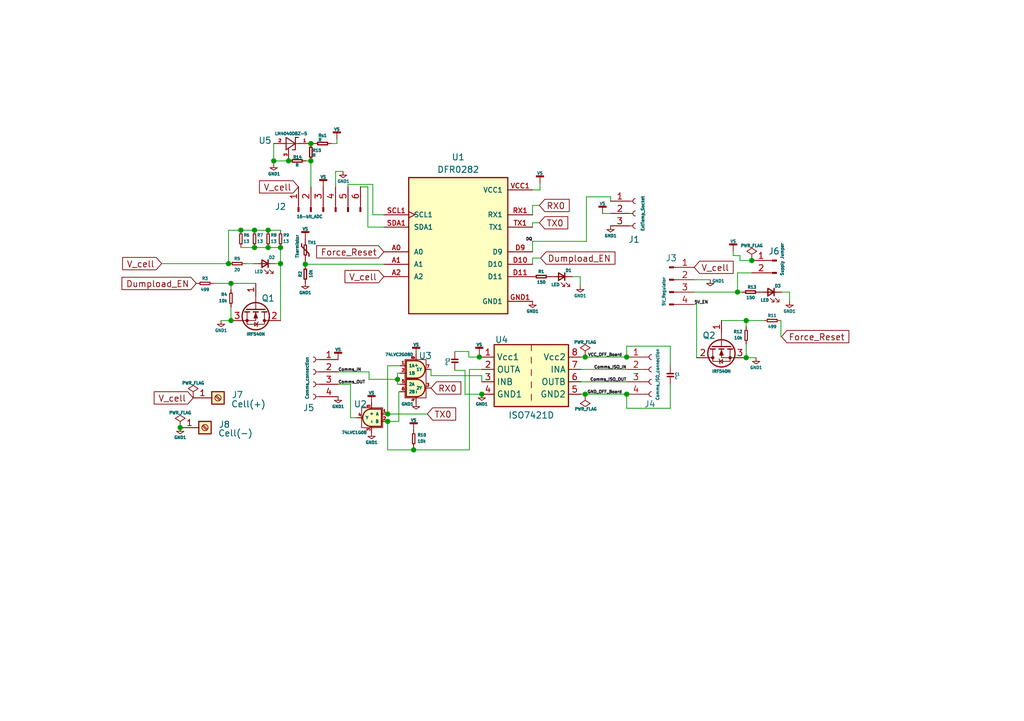
<source format=kicad_sch>
(kicad_sch (version 20230121) (generator eeschema)
  (paper "A5")
  (title_block (title "BMS Skripsie Monitoring Board") (rev "v01") (company "University of Stellenbosch ") (comment 2 "Supervisor: JM Strauss") (comment 3 "Student number: 22877169") (comment 4 "Author: Willem Viljoen"))
  (lib_symbols
    (symbol "74xGxx:74LVC1G08"
      (property "Reference" "U2" (at 1.524 2.794 0))
      (property "Value" "74LVC1G08" (at 2.794 -2.794 0))
      (symbol "74LVC1G08_0_1"
        (rectangle (start -2.54 2.032) (end 1.778 -2.032))
        (arc (start 0 -1.778) (mid 1.5643 0) (end 0 1.778) (stroke (width 0.254)) (fill (type background)))
        (polyline (pts (xy 0 -1.778) (xy -2.286 -1.778) (xy -2.286 1.778) (xy 0 1.778)) (stroke (width 0.254)) (fill (type background)))
      )
      (symbol "74LVC1G08_1_1"
        (pin input line (at -3.556 0.762 0) (length 1.254) (name "A") (number "1"))
        (pin input line (at -3.556 -0.762 0) (length 1.254) (name "B") (number "2"))
        (pin power_in line (at -0.254 -3.048 90) (length 1.254) (name "-") (number "3"))
        (pin output line (at 2.794 0 180) (length 1.254) (name "Y") (number "4"))
        (pin power_in line (at -0.254 3.048 270) (length 1.254) (name "+") (number "5"))
      )
    )
    (symbol "Battery_Management:74LVC2G08D"
      (property "Reference" "U" (at 1.016 4.572 0))
      (symbol "74LVC2G08D_0_1"
        (rectangle (start -2.794 3.81) (end 1.524 -4.064))
        (arc (start -0.254 -3.81) (mid 1.3103 -2.032) (end -0.254 -0.254) (stroke (width 0.254)) (fill (type background)))
        (arc (start -0.254 0) (mid 1.3103 1.778) (end -0.254 3.556) (stroke (width 0.254)) (fill (type background)))
        (polyline (pts (xy -0.254 -3.81) (xy -2.54 -3.81) (xy -2.54 -0.254) (xy -0.254 -0.254)) (stroke (width 0.254)) (fill (type background)))
        (polyline (pts (xy -0.254 0) (xy -2.54 0) (xy -2.54 3.556) (xy -0.254 3.556)) (stroke (width 0.254)) (fill (type background)))
      )
      (symbol "74LVC2G08D_1_1"
        (pin input line (at -3.81 2.54 0) (length 1.254) (name "1A") (number "1"))
        (pin input line (at -3.81 1.016 0) (length 1.254) (name "1B") (number "2"))
        (pin output line (at 2.54 -2.032 180) (length 1.254) (name "2Y") (number "3"))
        (pin power_in line (at -0.508 -5.08 90) (length 1.254) (name "-") (number "4"))
        (pin input line (at -3.81 -1.27 0) (length 1.254) (name "2A") (number "5"))
        (pin input line (at -3.81 -2.794 0) (length 1.254) (name "2B") (number "6"))
        (pin output line (at 2.54 1.778 180) (length 1.254) (name "1Y") (number "7"))
        (pin power_in line (at -0.508 4.826 270) (length 1.254) (name "+") (number "8"))
      )
    )
    (symbol "Connector:Conn_01x02_Pin" (pin_names (offset 1.016) hide)
      (property "Reference" "J" (at 0 2.54 0))
      (property "Value" "Conn_01x02_Pin" (at 0 -5.08 0))
      (symbol "Conn_01x02_Pin_1_1"
        (polyline (pts (xy 1.27 -2.54) (xy 0.8636 -2.54)) (stroke (width 0.1524)))
        (polyline (pts (xy 1.27 0) (xy 0.8636 0)) (stroke (width 0.1524)))
        (rectangle (start 0.8636 -2.413) (end 0 -2.667) (stroke (width 0.1524)) (fill (type outline)))
        (rectangle (start 0.8636 0.127) (end 0 -0.127) (stroke (width 0.1524)) (fill (type outline)))
        (pin passive line (at 5.08 0 180) (length 3.81) (name "Pin_1") (number "1"))
        (pin passive line (at 5.08 -2.54 180) (length 3.81) (name "Pin_2") (number "2"))
      )
    )
    (symbol "Connector:Conn_01x03_Socket" (pin_names (offset 1.016) hide)
      (property "Reference" "J" (at 0 5.08 0))
      (property "Value" "Conn_01x03_Socket" (at 0 -5.08 0))
      (symbol "Conn_01x03_Socket_1_1"
        (arc (start 0 -2.032) (mid -0.5058 -2.54) (end 0 -3.048) (stroke (width 0.1524)))
        (polyline (pts (xy -1.27 -2.54) (xy -0.508 -2.54)) (stroke (width 0.1524)))
        (polyline (pts (xy -1.27 0) (xy -0.508 0)) (stroke (width 0.1524)))
        (polyline (pts (xy -1.27 2.54) (xy -0.508 2.54)) (stroke (width 0.1524)))
        (arc (start 0 0.508) (mid -0.5058 0) (end 0 -0.508) (stroke (width 0.1524)))
        (arc (start 0 3.048) (mid -0.5058 2.54) (end 0 2.032) (stroke (width 0.1524)))
        (pin passive line (at -5.08 2.54 0) (length 3.81) (name "Pin_1") (number "1"))
        (pin passive line (at -5.08 0 0) (length 3.81) (name "Pin_2") (number "2"))
        (pin passive line (at -5.08 -2.54 0) (length 3.81) (name "Pin_3") (number "3"))
      )
    )
    (symbol "Connector:Conn_01x04_Pin" (pin_names (offset 1.016) hide)
      (property "Reference" "J" (at 0 5.08 0))
      (property "Value" "Conn_01x04_Pin" (at 0 -7.62 0))
      (symbol "Conn_01x04_Pin_1_1"
        (polyline (pts (xy 1.27 -5.08) (xy 0.8636 -5.08)) (stroke (width 0.1524)))
        (polyline (pts (xy 1.27 -2.54) (xy 0.8636 -2.54)) (stroke (width 0.1524)))
        (polyline (pts (xy 1.27 0) (xy 0.8636 0)) (stroke (width 0.1524)))
        (polyline (pts (xy 1.27 2.54) (xy 0.8636 2.54)) (stroke (width 0.1524)))
        (rectangle (start 0.8636 -4.953) (end 0 -5.207) (stroke (width 0.1524)) (fill (type outline)))
        (rectangle (start 0.8636 -2.413) (end 0 -2.667) (stroke (width 0.1524)) (fill (type outline)))
        (rectangle (start 0.8636 0.127) (end 0 -0.127) (stroke (width 0.1524)) (fill (type outline)))
        (rectangle (start 0.8636 2.667) (end 0 2.413) (stroke (width 0.1524)) (fill (type outline)))
        (pin passive line (at 5.08 2.54 180) (length 3.81) (name "Pin_1") (number "1"))
        (pin passive line (at 5.08 0 180) (length 3.81) (name "Pin_2") (number "2"))
        (pin passive line (at 5.08 -2.54 180) (length 3.81) (name "Pin_3") (number "3"))
        (pin passive line (at 5.08 -5.08 180) (length 3.81) (name "Pin_4") (number "4"))
      )
    )
    (symbol "Connector:Conn_01x04_Socket" (pin_names (offset 1.016) hide)
      (property "Reference" "J" (at 0 5.08 0))
      (property "Value" "Conn_01x04_Socket" (at 0 -7.62 0))
      (symbol "Conn_01x04_Socket_1_1"
        (arc (start 0 -4.572) (mid -0.5058 -5.08) (end 0 -5.588) (stroke (width 0.1524)))
        (arc (start 0 -2.032) (mid -0.5058 -2.54) (end 0 -3.048) (stroke (width 0.1524)))
        (polyline (pts (xy -1.27 -5.08) (xy -0.508 -5.08)) (stroke (width 0.1524)))
        (polyline (pts (xy -1.27 -2.54) (xy -0.508 -2.54)) (stroke (width 0.1524)))
        (polyline (pts (xy -1.27 0) (xy -0.508 0)) (stroke (width 0.1524)))
        (polyline (pts (xy -1.27 2.54) (xy -0.508 2.54)) (stroke (width 0.1524)))
        (arc (start 0 0.508) (mid -0.5058 0) (end 0 -0.508) (stroke (width 0.1524)))
        (arc (start 0 3.048) (mid -0.5058 2.54) (end 0 2.032) (stroke (width 0.1524)))
        (pin passive line (at -5.08 2.54 0) (length 3.81) (name "Pin_1") (number "1"))
        (pin passive line (at -5.08 0 0) (length 3.81) (name "Pin_2") (number "2"))
        (pin passive line (at -5.08 -2.54 0) (length 3.81) (name "Pin_3") (number "3"))
        (pin passive line (at -5.08 -5.08 0) (length 3.81) (name "Pin_4") (number "4"))
      )
    )
    (symbol "Connector:Conn_01x06_Pin" (pin_names (offset 1.016) hide)
      (property "Reference" "J" (at 0 7.62 0))
      (property "Value" "Conn_01x06_Pin" (at 0 -10.16 0))
      (symbol "Conn_01x06_Pin_1_1"
        (polyline (pts (xy 1.27 -7.62) (xy 0.8636 -7.62)) (stroke (width 0.1524)))
        (polyline (pts (xy 1.27 -5.08) (xy 0.8636 -5.08)) (stroke (width 0.1524)))
        (polyline (pts (xy 1.27 -2.54) (xy 0.8636 -2.54)) (stroke (width 0.1524)))
        (polyline (pts (xy 1.27 0) (xy 0.8636 0)) (stroke (width 0.1524)))
        (polyline (pts (xy 1.27 2.54) (xy 0.8636 2.54)) (stroke (width 0.1524)))
        (polyline (pts (xy 1.27 5.08) (xy 0.8636 5.08)) (stroke (width 0.1524)))
        (rectangle (start 0.8636 -7.493) (end 0 -7.747) (stroke (width 0.1524)) (fill (type outline)))
        (rectangle (start 0.8636 -4.953) (end 0 -5.207) (stroke (width 0.1524)) (fill (type outline)))
        (rectangle (start 0.8636 -2.413) (end 0 -2.667) (stroke (width 0.1524)) (fill (type outline)))
        (rectangle (start 0.8636 0.127) (end 0 -0.127) (stroke (width 0.1524)) (fill (type outline)))
        (rectangle (start 0.8636 2.667) (end 0 2.413) (stroke (width 0.1524)) (fill (type outline)))
        (rectangle (start 0.8636 5.207) (end 0 4.953) (stroke (width 0.1524)) (fill (type outline)))
        (pin passive line (at 5.08 5.08 180) (length 3.81) (name "Pin_1") (number "1"))
        (pin passive line (at 5.08 2.54 180) (length 3.81) (name "Pin_2") (number "2"))
        (pin passive line (at 5.08 0 180) (length 3.81) (name "Pin_3") (number "3"))
        (pin passive line (at 5.08 -2.54 180) (length 3.81) (name "Pin_4") (number "4"))
        (pin passive line (at 5.08 -5.08 180) (length 3.81) (name "Pin_5") (number "5"))
        (pin passive line (at 5.08 -7.62 180) (length 3.81) (name "Pin_6") (number "6"))
      )
    )
    (symbol "Connector:Screw_Terminal_01x01" (pin_names (offset 1.016) hide)
      (property "Reference" "J" (at 0 2.54 0))
      (property "Value" "Screw_Terminal_01x01" (at 0 -2.54 0))
      (symbol "Screw_Terminal_01x01_1_1"
        (rectangle (start -1.27 1.27) (end 1.27 -1.27) (stroke (width 0.254)) (fill (type background)))
        (polyline (pts (xy -0.5334 0.3302) (xy 0.3302 -0.508)) (stroke (width 0.1524)))
        (polyline (pts (xy -0.3556 0.508) (xy 0.508 -0.3302)) (stroke (width 0.1524)))
        (circle (center 0 0) (radius 0.635) (stroke (width 0.1524)))
        (pin passive line (at -5.08 0 0) (length 3.81) (name "Pin_1") (number "1"))
      )
    )
    (symbol "DFR0282:Beetle" (pin_names (offset 1.016))
      (property "Reference" "U1" (at 0 19.431 0))
      (property "Value" "DFR0282" (at 0 16.891 0))
      (symbol "Beetle_0_0"
        (rectangle (start -10.16 -12.7) (end 10.16 15.24) (stroke (width 0.254)) (fill (type background)))
        (pin bidirectional line (at -15.24 0 0) (length 5.08) (name "A0") (number "A0"))
        (pin bidirectional line (at -15.24 -2.54 0) (length 5.08) (name "A1") (number "A1"))
        (pin bidirectional line (at -15.24 -5.08 0) (length 5.08) (name "A2") (number "A2"))
        (pin bidirectional line (at 15.24 -2.54 180) (length 5.08) (name "D10") (number "D10"))
        (pin bidirectional line (at 15.24 -5.08 180) (length 5.08) (name "D11") (number "D11"))
        (pin bidirectional line (at 15.24 0 180) (length 5.08) (name "D9") (number "D9"))
        (pin power_in line (at 15.24 -10.16 180) (length 5.08) (name "GND1") (number "GND1"))
        (pin input line (at 15.24 7.62 180) (length 5.08) (name "RX1") (number "RX1"))
        (pin input clock (at -15.24 7.62 0) (length 5.08) (name "SCL1") (number "SCL1"))
        (pin bidirectional line (at -15.24 5.08 0) (length 5.08) (name "SDA1") (number "SDA1"))
        (pin output line (at 15.24 5.08 180) (length 5.08) (name "TX1") (number "TX1"))
        (pin power_in line (at 15.24 12.7 180) (length 5.08) (name "VCC1") (number "VCC1"))
      )
    )
    (symbol "Device:C" (pin_numbers hide) (pin_names (offset 0.254))
      (property "Reference" "C" (at 0.9906 -0.5588 0))
      (property "Value" "C" (at 1.016 -0.5588 0))
      (symbol "C_0_1"
        (polyline (pts (xy -0.5842 0.2794) (xy 0.6858 0.2794)) (stroke (width 0.3)))
        (polyline (pts (xy -0.5588 -0.3048) (xy 0.7112 -0.3048)) (stroke (width 0.3)))
      )
      (symbol "C_1_1"
        (pin passive line (at 0.0508 -1.9812 90) (length 1.5) (name "~") (number "2"))
        (pin passive line (at 0.0508 1.905 270) (length 1.5) (name "~") (number "3"))
      )
    )
    (symbol "Device:LED" (pin_numbers hide) (pin_names (offset 1.016) hide)
      (property "Reference" "D1" (at -1.778 2.54 0))
      (property "Value" "LED" (at -1.524 1.524 0))
      (symbol "LED_0_1"
        (polyline (pts (xy -1.27 0) (xy 1.27 0)))
        (polyline (pts (xy -0.762 -0.762) (xy -0.762 0.762)) (stroke (width 0.254)))
        (polyline (pts (xy 0.508 -0.762) (xy 0.508 0.762) (xy -0.762 0) (xy 0.508 -0.762)) (stroke (width 0.254)))
        (polyline (pts (xy -1.016 -1.27) (xy -1.778 -2.032) (xy -1.27 -2.032) (xy -1.778 -2.032) (xy -1.778 -1.524)))
        (polyline (pts (xy 0 -1.27) (xy -0.762 -2.032) (xy -0.254 -2.032) (xy -0.762 -2.032) (xy -0.762 -1.524)))
      )
      (symbol "LED_1_1"
        (pin passive line (at -2.286 0 0) (length 2.54) (name "K") (number "1"))
        (pin passive line (at 2.286 0 180) (length 2.54) (name "A") (number "2"))
      )
    )
    (symbol "Device:R" (pin_numbers hide) (pin_names (offset 0))
      (property "Reference" "R1" (at 1.524 0.635 0))
      (property "Value" "R" (at 1.524 -0.635 0))
      (symbol "R_0_1"
        (rectangle (start -0.254 1.016) (end 0.254 -1.016) (stroke (width 0.254)))
      )
      (symbol "R_1_1"
        (pin passive line (at 0 -1.778 90) (length 0.6) (name "~") (number "2"))
        (pin passive line (at 0 1.778 270) (length 0.6) (name "~") (number "3"))
      )
    )
    (symbol "Device:Thermistor" (pin_numbers hide) (pin_names (offset 0))
      (property "Reference" "TH1" (at 1.016 0 0))
      (property "Value" "Thermistor" (at -1.651 -1.651 90))
      (symbol "Thermistor_0_1"
        (rectangle (start -0.254 1.016) (end 0.254 -1.016) (stroke (width 0.2032)))
        (polyline (pts (xy -0.762 1.27) (xy -0.762 0.762) (xy 0.762 -0.762) (xy 0.762 -1.27) (xy 0.762 -1.27)) (stroke (width 0.254)))
      )
      (symbol "Thermistor_1_1"
        (pin passive line (at 0 2.286 270) (length 1.254) (name "~") (number "1"))
        (pin passive line (at 0 -2.286 90) (length 1.254) (name "~") (number "2"))
      )
    )
    (symbol "Interface_CAN_LIN:ISO1050DUB"
      (property "Reference" "U4" (at -6.096 6.096 0))
      (property "Value" "ISO7421D" (at 0 -9.398 0))
      (symbol "ISO1050DUB_0_1"
        (rectangle (start -7.62 5.08) (end 7.62 -7.62) (stroke (width 0.254)) (fill (type background)))
        (polyline (pts (xy 0 -5.08) (xy 0 -6.35)))
        (polyline (pts (xy 0 -2.54) (xy 0 -3.81)))
        (polyline (pts (xy 0 0) (xy 0 -1.27)))
        (polyline (pts (xy 0 2.54) (xy 0 1.27)))
        (polyline (pts (xy 0 5.08) (xy 0 3.81)))
      )
      (symbol "ISO1050DUB_1_1"
        (pin power_in line (at -10.16 2.54 0) (length 2.54) (name "Vcc1") (number "1"))
        (pin output line (at -10.16 0 0) (length 2.54) (name "OUTA") (number "2"))
        (pin input line (at -10.16 -2.54 0) (length 2.54) (name "INB") (number "3"))
        (pin power_in line (at -10.16 -5.08 0) (length 2.54) (name "GND1") (number "4"))
        (pin power_in line (at 10.16 -5.08 180) (length 2.54) (name "GND2") (number "5"))
        (pin bidirectional line (at 10.16 -2.54 180) (length 2.54) (name "OUTB") (number "6"))
        (pin bidirectional line (at 10.16 0 180) (length 2.54) (name "INA") (number "7"))
        (pin power_in line (at 10.16 2.54 180) (length 2.54) (name "Vcc2") (number "8"))
      )
    )
    (symbol "R_1" (pin_numbers hide) (pin_names (offset 0))
      (property "Reference" "R" (at 1.524 -0.508 90))
      (property "Value" "R" (at 1.524 -0.508 90))
      (symbol "R_1_0_1"
        (rectangle (start -0.254 1.016) (end 0.254 -1.016) (stroke (width 0.2)))
      )
      (symbol "R_1_1_1"
        (pin passive line (at 0 -1.778 90) (length 0.6) (name "~") (number "2"))
        (pin passive line (at 0 1.778 270) (length 0.6) (name "~") (number "3"))
      )
    )
    (symbol "R_2" (pin_numbers hide) (pin_names (offset 0))
      (property "Reference" "R" (at 1.524 -0.508 90))
      (property "Value" "R" (at 1.524 -0.508 90))
      (symbol "R_2_0_1"
        (rectangle (start -0.254 1.016) (end 0.254 -1.016) (stroke (width 0.2)))
      )
      (symbol "R_2_1_1"
        (pin passive line (at 0 -1.778 90) (length 0.6) (name "~") (number "2"))
        (pin passive line (at 0 1.778 270) (length 0.6) (name "~") (number "3"))
      )
    )
    (symbol "R_3" (pin_numbers hide) (pin_names (offset 0))
      (property "Reference" "R" (at 1.524 -0.508 90))
      (property "Value" "R" (at 1.524 -0.508 90))
      (symbol "R_3_0_1"
        (rectangle (start -0.254 1.016) (end 0.254 -1.016) (stroke (width 0.2)))
      )
      (symbol "R_3_1_1"
        (pin passive line (at 0 -1.778 90) (length 0.6) (name "~") (number "2"))
        (pin passive line (at 0 1.778 270) (length 0.6) (name "~") (number "3"))
      )
    )
    (symbol "R_4" (pin_numbers hide) (pin_names (offset 0))
      (property "Reference" "R" (at 1.524 -0.508 90))
      (property "Value" "R" (at 1.524 -0.508 90))
      (symbol "R_4_0_1"
        (rectangle (start -0.254 1.016) (end 0.254 -1.016) (stroke (width 0.2)))
      )
      (symbol "R_4_1_1"
        (pin passive line (at 0 -1.778 90) (length 0.6) (name "~") (number "2"))
        (pin passive line (at 0 1.778 270) (length 0.6) (name "~") (number "3"))
      )
    )
    (symbol "Reference_Voltage:LM4040DBZ-5" (pin_names (offset 0.0254) hide)
      (property "Reference" "U5" (at -0.762 4.064 0))
      (property "Value" "LM4040DBZ-5" (at -0.254 2.54 0))
      (symbol "LM4040DBZ-5_0_1"
        (polyline (pts (xy -1.27 0) (xy 0 0) (xy 1.27 0)))
        (polyline (pts (xy -1.27 -1.27) (xy 0.635 0) (xy -1.27 1.27) (xy -1.27 -1.27)) (stroke (width 0.2032)))
        (polyline (pts (xy 0 -1.27) (xy 0.635 -1.27) (xy 0.635 1.27) (xy 1.27 1.27)) (stroke (width 0.2032)))
      )
      (symbol "LM4040DBZ-5_1_1"
        (pin passive line (at 3.81 0 180) (length 2.54) (name "+") (number "1"))
        (pin passive line (at -3.81 0 0) (length 2.54) (name "-") (number "2"))
        (pin passive line (at -0.762 -3.556 90) (length 2.54) (name "NC") (number "3"))
      )
    )
    (symbol "Transistor_FET:IRF540N" (pin_names hide)
      (property "Reference" "Q" (at 6.35 1.905 0))
      (property "Value" "IRF540N" (at 6.35 0 0))
      (symbol "IRF540N_0_1"
        (polyline (pts (xy 0.254 0) (xy -2.54 0)))
        (polyline (pts (xy 0.254 1.905) (xy 0.254 -1.905)) (stroke (width 0.254)))
        (polyline (pts (xy 0.762 -1.27) (xy 0.762 -2.286)) (stroke (width 0.254)))
        (polyline (pts (xy 0.762 0.508) (xy 0.762 -0.508)) (stroke (width 0.254)))
        (polyline (pts (xy 0.762 2.286) (xy 0.762 1.27)) (stroke (width 0.254)))
        (polyline (pts (xy 2.54 2.54) (xy 2.54 1.778)))
        (polyline (pts (xy 2.54 -2.54) (xy 2.54 0) (xy 0.762 0)))
        (polyline (pts (xy 0.762 -1.778) (xy 3.302 -1.778) (xy 3.302 1.778) (xy 0.762 1.778)))
        (polyline (pts (xy 1.016 0) (xy 2.032 0.381) (xy 2.032 -0.381) (xy 1.016 0)) (fill (type outline)))
        (polyline (pts (xy 2.794 0.508) (xy 2.921 0.381) (xy 3.683 0.381) (xy 3.81 0.254)))
        (polyline (pts (xy 3.302 0.381) (xy 2.921 -0.254) (xy 3.683 -0.254) (xy 3.302 0.381)))
        (circle (center 1.651 0) (radius 2.794) (stroke (width 0.254)))
        (circle (center 2.54 -1.778) (radius 0.254) (fill (type outline)))
        (circle (center 2.54 1.778) (radius 0.254) (fill (type outline)))
      )
      (symbol "IRF540N_1_1"
        (pin input line (at -5.08 0 0) (length 2.54) (name "G") (number "1"))
        (pin passive line (at 2.54 5.08 270) (length 2.54) (name "D") (number "2"))
        (pin passive line (at 2.54 -5.08 90) (length 2.54) (name "S") (number "3"))
      )
    )
    (symbol "power:GND1" (power) (pin_names (offset 0))
      (property "Value" "GND1" (at 0 -2.032 0))
      (symbol "GND1_0_1"
        (polyline (pts (xy 0 0) (xy 0 -0.762) (xy 0.762 -0.762) (xy 0 -1.27) (xy -0.762 -0.762) (xy 0 -0.762)))
      )
      (symbol "GND1_1_1"
        (pin power_in line (at 0 0 270) (length 0) hide (name "GND1") (number "1"))
      )
    )
    (symbol "power:PWR_FLAG" (power) (pin_numbers hide) (pin_names (offset 0) hide)
      (property "Value" "PWR_FLAG" (at 0 3.048 0))
      (symbol "PWR_FLAG_0_0"
        (pin power_out line (at 0 0 90) (length 0) (name "pwr") (number "1"))
      )
      (symbol "PWR_FLAG_0_1"
        (polyline (pts (xy 0 0) (xy 0 1.27) (xy -1.016 1.905) (xy 0 2.54) (xy 1.016 1.905) (xy 0 1.27)))
      )
    )
    (symbol "power:VS" (power) (pin_names (offset 0))
      (property "Value" "Vs" (at 0 2.032 0))
      (symbol "VS_0_1"
        (rectangle (start -0.762 1.524) (end 0.762 1.27) (fill (type outline)))
        (polyline (pts (xy 0 0) (xy 0 1.27)))
      )
      (symbol "VS_1_1"
        (pin power_in line (at 0 0 90) (length 0) hide (name "VS") (number "1"))
      )
    )
  )
  (junction (at 84.836 92.329))
  (junction (at 79.502 84.963))
  (junction (at 128.524 73.279))
  (junction (at 153.035 73.406))
  (junction (at 52.197 47.244))
  (junction (at 47.371 65.786))
  (junction (at 151.257 59.944))
  (junction (at 98.806 80.899))
  (junction (at 57.531 50.8))
  (junction (at 63.754 33.02))
  (junction (at 63.754 29.464))
  (junction (at 120.015 73.279))
  (junction (at 120.015 80.899))
  (junction (at 46.863 54.102))
  (junction (at 54.991 47.244))
  (junction (at 36.957 87.757))
  (junction (at 154.178 53.467))
  (junction (at 52.197 50.8))
  (junction (at 98.298 73.279))
  (junction (at 57.531 54.102))
  (junction (at 54.991 50.8))
  (junction (at 153.035 65.786))
  (junction (at 79.502 86.487))
  (junction (at 49.403 47.244))
  (junction (at 47.371 58.166))
  (junction (at 81.534 77.851))
  (junction (at 62.611 54.229))
  (junction (at 59.182 33.02))
  (junction (at 56.134 33.02))
  (junction (at 128.524 80.899))
  (wire (pts (xy 109.22 38.989) (xy 110.744 38.989)))
  (wire (pts (xy 98.298 73.279) (xy 98.806 73.279)))
  (wire (pts (xy 95.377 76.0222) (xy 95.377 80.899)))
  (wire (pts (xy 137.4648 83.7946) (xy 128.524 83.7946)))
  (wire (pts (xy 79.502 75.057) (xy 79.502 84.963)))
  (wire (pts (xy 155.067 73.406) (xy 153.035 73.406)))
  (wire (pts (xy 96.139 72.136) (xy 96.139 73.279)))
  (wire (pts (xy 47.371 58.166) (xy 52.451 58.166)))
  (wire (pts (xy 63.754 29.464) (xy 64.389 29.464)))
  (wire (pts (xy 57.531 50.8) (xy 57.531 54.102)))
  (wire (pts (xy 120.269 40.386) (xy 120.269 49.53)))
  (wire (pts (xy 96.266 75.819) (xy 98.806 75.819)))
  (wire (pts (xy 150.368 51.562) (xy 150.368 52.451)))
  (wire (pts (xy 71.882 78.867) (xy 69.342 78.867)))
  (wire (pts (xy 98.806 77.089) (xy 98.806 78.359)))
  (wire (pts (xy 120.269 49.53) (xy 109.22 49.53)))
  (wire (pts (xy 56.134 33.02) (xy 56.134 29.464)))
  (wire (pts (xy 137.4648 71.0438) (xy 128.524 71.0438)))
  (wire (pts (xy 88.392 75.819) (xy 88.392 77.089)))
  (wire (pts (xy 50.419 54.102) (xy 51.943 54.102)))
  (wire (pts (xy 84.836 91.821) (xy 84.836 92.329)))
  (wire (pts (xy 125.222 40.386) (xy 125.222 41.275)))
  (wire (pts (xy 33.147 54.102) (xy 46.863 54.102)))
  (wire (pts (xy 59.182 33.02) (xy 56.134 33.02)))
  (wire (pts (xy 76.454 44.069) (xy 76.454 37.846)))
  (wire (pts (xy 46.863 54.102) (xy 46.863 47.244)))
  (wire (pts (xy 125.222 40.386) (xy 120.269 40.386)))
  (wire (pts (xy 118.999 56.769) (xy 118.999 58.674)))
  (wire (pts (xy 160.274 59.944) (xy 161.925 59.944)))
  (wire (pts (xy 109.22 54.229) (xy 109.22 52.959)))
  (wire (pts (xy 151.257 56.007) (xy 154.178 56.007)))
  (wire (pts (xy 98.298 72.771) (xy 98.298 73.279)))
  (wire (pts (xy 69.342 76.327) (xy 75.692 76.327)))
  (wire (pts (xy 82.042 80.391) (xy 81.788 80.391)))
  (wire (pts (xy 109.22 45.72) (xy 110.617 45.72)))
  (wire (pts (xy 81.534 76.581) (xy 81.534 77.851)))
  (wire (pts (xy 109.22 49.53) (xy 109.22 51.689)))
  (wire (pts (xy 160.147 65.786) (xy 160.147 69.088)))
  (wire (pts (xy 82.042 75.057) (xy 79.502 75.057)))
  (wire (pts (xy 109.22 46.609) (xy 109.22 45.72)))
  (wire (pts (xy 128.524 71.0438) (xy 128.524 73.279)))
  (wire (pts (xy 62.738 33.02) (xy 63.754 33.02)))
  (wire (pts (xy 49.403 50.8) (xy 52.197 50.8)))
  (wire (pts (xy 52.197 50.8) (xy 54.991 50.8)))
  (wire (pts (xy 47.371 62.992) (xy 47.371 65.786)))
  (wire (pts (xy 69.088 29.464) (xy 69.088 28.575)))
  (wire (pts (xy 62.611 53.594) (xy 62.611 54.229)))
  (wire (pts (xy 110.744 38.989) (xy 110.744 37.592)))
  (wire (pts (xy 79.502 92.329) (xy 84.836 92.329)))
  (wire (pts (xy 161.925 59.944) (xy 161.925 61.849)))
  (wire (pts (xy 119.126 73.279) (xy 120.015 73.279)))
  (wire (pts (xy 79.502 86.487) (xy 79.502 92.329)))
  (wire (pts (xy 68.834 38.354) (xy 68.834 35.179)))
  (wire (pts (xy 81.534 77.851) (xy 81.534 78.867)))
  (wire (pts (xy 73.914 38.354) (xy 75.438 38.354)))
  (wire (pts (xy 75.438 46.609) (xy 78.74 46.609)))
  (wire (pts (xy 119.126 78.359) (xy 128.524 78.359)))
  (wire (pts (xy 119.126 75.819) (xy 128.524 75.819)))
  (wire (pts (xy 137.4648 78.9432) (xy 137.4648 83.7946)))
  (wire (pts (xy 151.257 56.007) (xy 151.257 59.944)))
  (wire (pts (xy 109.22 42.164) (xy 110.617 42.164)))
  (wire (pts (xy 52.197 47.244) (xy 54.991 47.244)))
  (wire (pts (xy 71.882 85.725) (xy 71.882 78.867)))
  (wire (pts (xy 79.502 84.963) (xy 87.63 84.963)))
  (wire (pts (xy 93.2688 72.136) (xy 96.139 72.136)))
  (wire (pts (xy 71.374 37.846) (xy 71.374 38.354)))
  (wire (pts (xy 54.991 50.8) (xy 57.531 50.8)))
  (wire (pts (xy 142.367 59.944) (xy 151.257 59.944)))
  (wire (pts (xy 57.531 54.102) (xy 57.531 65.786)))
  (wire (pts (xy 57.531 54.102) (xy 56.515 54.102)))
  (wire (pts (xy 49.403 47.244) (xy 52.197 47.244)))
  (wire (pts (xy 68.834 35.179) (xy 70.358 35.179)))
  (wire (pts (xy 81.788 86.487) (xy 79.502 86.487)))
  (wire (pts (xy 153.035 65.786) (xy 147.955 65.786)))
  (wire (pts (xy 47.371 59.436) (xy 47.371 58.166)))
  (wire (pts (xy 43.815 58.166) (xy 47.371 58.166)))
  (wire (pts (xy 142.875 62.484) (xy 142.367 62.484)))
  (wire (pts (xy 120.015 73.279) (xy 128.524 73.279)))
  (wire (pts (xy 75.438 38.354) (xy 75.438 46.609)))
  (wire (pts (xy 75.692 77.851) (xy 81.534 77.851)))
  (wire (pts (xy 82.042 76.581) (xy 81.534 76.581)))
  (wire (pts (xy 62.611 54.229) (xy 62.611 54.483)))
  (wire (pts (xy 109.22 44.069) (xy 109.22 42.164)))
  (wire (pts (xy 153.035 67.056) (xy 153.035 65.786)))
  (wire (pts (xy 137.4648 75.057) (xy 137.4648 71.0438)))
  (wire (pts (xy 151.257 59.944) (xy 152.146 59.944)))
  (wire (pts (xy 75.692 76.327) (xy 75.692 77.851)))
  (wire (pts (xy 150.368 52.451) (xy 151.765 52.451)))
  (wire (pts (xy 54.991 47.244) (xy 57.531 47.244)))
  (wire (pts (xy 96.266 75.819) (xy 96.266 92.329)))
  (wire (pts (xy 45.339 65.786) (xy 47.371 65.786)))
  (wire (pts (xy 142.875 73.406) (xy 142.875 62.484)))
  (wire (pts (xy 128.524 83.7946) (xy 128.524 80.899)))
  (wire (pts (xy 62.611 54.229) (xy 78.74 54.229)))
  (wire (pts (xy 153.035 70.612) (xy 153.035 73.406)))
  (wire (pts (xy 56.134 33.02) (xy 56.134 33.655)))
  (wire (pts (xy 119.126 80.899) (xy 120.015 80.899)))
  (wire (pts (xy 81.788 80.391) (xy 81.788 86.487)))
  (wire (pts (xy 117.348 56.769) (xy 118.999 56.769)))
  (wire (pts (xy 78.74 44.069) (xy 76.454 44.069)))
  (wire (pts (xy 81.534 78.867) (xy 82.042 78.867)))
  (wire (pts (xy 63.754 33.02) (xy 63.754 38.354)))
  (wire (pts (xy 76.454 37.846) (xy 71.374 37.846)))
  (wire (pts (xy 151.765 53.467) (xy 154.178 53.467)))
  (wire (pts (xy 156.591 65.786) (xy 153.035 65.786)))
  (wire (pts (xy 95.377 80.899) (xy 98.806 80.899)))
  (wire (pts (xy 109.22 52.959) (xy 110.871 52.959)))
  (wire (pts (xy 151.765 52.451) (xy 151.765 53.467)))
  (wire (pts (xy 96.139 73.279) (xy 98.298 73.279)))
  (wire (pts (xy 125.222 43.815) (xy 123.571 43.815)))
  (wire (pts (xy 73.152 85.725) (xy 71.882 85.725)))
  (wire (pts (xy 142.367 57.404) (xy 145.669 57.404)))
  (wire (pts (xy 46.863 47.244) (xy 49.403 47.244)))
  (wire (pts (xy 120.015 80.899) (xy 128.524 80.899)))
  (wire (pts (xy 88.392 77.089) (xy 98.806 77.089)))
  (wire (pts (xy 67.945 29.464) (xy 69.088 29.464)))
  (wire (pts (xy 84.836 92.329) (xy 96.266 92.329)))
  (wire (pts (xy 160.147 69.088) (xy 160.274 69.088)))
  (wire (pts (xy 93.2688 76.0222) (xy 95.377 76.0222)))
  (label "Comms_ISO_OUT" (at 128.524 78.359 180) (effects (font (size 0.6 0.6))))
  (label "VCC_OFF_Board  " (at 128.524 73.279 180) (effects (font (size 0.6 0.6))))
  (label "5V_EN" (at 142.367 62.484 0) (effects (font (size 0.6 0.6))))
  (label "GND_OFF_Board  " (at 128.524 80.899 180) (effects (font (size 0.6 0.6))))
  (label "Comms_OUT" (at 69.342 78.867 0) (effects (font (size 0.6 0.6))))
  (label "DQ" (at 109.22 49.53 180) (effects (font (size 0.6 0.6))))
  (label "Comms_ISO_IN" (at 128.524 75.819 180) (effects (font (size 0.6 0.6))))
  (label "Comms_IN" (at 69.342 76.327 0) (effects (font (size 0.6 0.6))))
  (global_label "Force_Reset" (shape input) (at 160.274 69.088 0) (property "Intersheetrefs" "${INTERSHEET_REFS}" (effects hide)))
  (global_label "V_cell" (shape input) (at 33.147 54.102 180) (property "Intersheetrefs" "${INTERSHEET_REFS}" (effects hide)))
  (global_label "V_cell" (shape input) (at 142.367 54.864 0) (property "Intersheetrefs" "${INTERSHEET_REFS}" (effects hide)))
  (global_label "V_cell" (shape input) (at 39.624 81.661 180) (property "Intersheetrefs" "${INTERSHEET_REFS}" (effects hide)))
  (global_label "Dumpload_EN" (shape input) (at 110.871 52.959 0) (property "Intersheetrefs" "${INTERSHEET_REFS}" (effects hide)))
  (global_label "Force_Reset" (shape input) (at 78.74 51.689 180) (property "Intersheetrefs" "${INTERSHEET_REFS}" (effects hide)))
  (global_label "TX0" (shape input) (at 110.617 45.72 0) (property "Intersheetrefs" "${INTERSHEET_REFS}" (effects hide)))
  (global_label "V_cell" (shape input) (at 78.74 56.769 180) (property "Intersheetrefs" "${INTERSHEET_REFS}" (effects hide)))
  (global_label "RX0" (shape input) (at 88.392 79.629 0) (property "Intersheetrefs" "${INTERSHEET_REFS}" (effects hide)))
  (global_label "Dumpload_EN" (shape input) (at 40.259 58.166 180) (property "Intersheetrefs" "${INTERSHEET_REFS}" (effects hide)))
  (global_label "V_cell" (shape input) (at 61.214 38.354 180) (property "Intersheetrefs" "${INTERSHEET_REFS}" (effects hide)))
  (global_label "RX0" (shape input) (at 110.617 42.164 0) (property "Intersheetrefs" "${INTERSHEET_REFS}" (effects hide)))
  (global_label "TX0" (shape input) (at 87.63 84.963 0) (property "Intersheetrefs" "${INTERSHEET_REFS}" (effects hide)))
  (symbol (lib_id "power:GND1") (at 56.134 33.655 0) (unit 1)
    (property "Reference" "#PWR023" (effects hide))
    (property "Value" "GND1" (at 56.2102 35.687 0) (effects (font (size 0.6 0.6))))
  )
  (symbol (lib_id "power:VS") (at 123.571 43.815 0) (mirror y) (unit 1)
    (property "Reference" "#PWR04" (effects hide))
    (property "Value" "Vs" (at 123.571 41.783 0) (effects (font (size 0.6 0.6))))
  )
  (symbol (lib_name "R_2") (lib_id "Device:R") (at 47.371 61.214 0) (mirror y) (unit 1)
    (property "Reference" "R4" (at 46.609 60.452 0) (effects (font (size 0.6 0.6)) (justify left)))
    (property "Value" "10k" (at 46.609 61.722 0) (effects (font (size 0.6 0.6)) (justify left)))
    (property "Footprint" "Resistor_SMD:R_1206_3216Metric_Pad1.30x1.75mm_HandSolder" (effects hide))
  )
  (symbol (lib_id "74xGxx:74LVC1G08") (at 75.946 85.725 0) (mirror y) (unit 1)
    (property "Reference" "U2" (at 73.914 82.931 0))
    (property "Value" "74LVC1G08" (at 72.644 88.773 0) (effects (font (size 0.6 0.6))))
    (property "Footprint" "Package_TO_SOT_SMD:SOT-353_SC-70-5_Handsoldering" (effects hide))
    (property "Datasheet" "https://www.ti.com/lit/ds/symlink/sn74lvc1g08.pdf" (effects hide))
  )
  (symbol (lib_id "power:GND1") (at 69.342 81.407 0) (unit 1)
    (property "Reference" "#PWR014" (effects hide))
    (property "Value" "GND1" (at 69.342 83.439 0) (effects (font (size 0.6 0.6))))
  )
  (symbol (lib_id "Connector:Conn_01x03_Socket") (at 130.302 43.815 0) (unit 1)
    (property "Reference" "J1" (at 130.048 49.149 0))
    (property "Value" "ExtTemp_Socket" (at 131.826 43.815 90) (effects (font (size 0.6 0.6))))
    (property "Footprint" "Connector_PinHeader_2.54mm:PinHeader_1x03_P2.54mm_Vertical" (effects hide))
  )
  (symbol (lib_id "power:GND1") (at 45.339 65.786 0) (unit 1)
    (property "Reference" "#PWR010" (effects hide))
    (property "Value" "GND1" (at 45.339 67.818 0) (effects (font (size 0.6 0.6))))
  )
  (symbol (lib_id "Device:LED") (at 157.988 59.944 0) (mirror y) (unit 1)
    (property "Reference" "D3" (at 159.512 58.674 0) (effects (font (size 0.6 0.6))))
    (property "Value" "LED" (at 156.845 61.595 0) (effects (font (size 0.6 0.6))))
    (property "Footprint" "LED_SMD:LED_1206_3216Metric_Pad1.42x1.75mm_HandSolder" (effects hide))
  )
  (symbol (lib_id "Device:C") (at 137.414 76.962 0) (unit 1)
    (property "Reference" "C1" (at 138.3792 76.7842 0) (effects (font (size 0.5 0.5)) (justify left)))
    (property "Value" "C" (at 138.3792 77.5462 0) (effects (font (size 0.5 0.5)) (justify left)))
    (property "Footprint" "Capacitor_SMD:C_0603_1608Metric_Pad1.08x0.95mm_HandSolder" (effects hide))
  )
  (symbol (lib_id "Device:R") (at 60.96 33.02 270) (mirror x) (unit 1)
    (property "Reference" "R14" (at 60.071 32.258 90) (effects (font (size 0.6 0.6)) (justify left)))
    (property "Value" "R" (at 60.579 33.909 90) (effects (font (size 0.6 0.6)) (justify left)))
    (property "Footprint" "Resistor_SMD:R_1206_3216Metric_Pad1.30x1.75mm_HandSolder" (effects hide))
  )
  (symbol (lib_id "power:GND1") (at 36.957 87.757 0) (unit 1)
    (property "Reference" "#PWR022" (effects hide))
    (property "Value" "GND1" (at 36.957 89.789 0) (effects (font (size 0.6 0.6))))
  )
  (symbol (lib_name "R_1") (lib_id "Device:R") (at 42.037 58.166 90) (unit 1)
    (property "Reference" "R3" (at 42.037 57.15 90) (effects (font (size 0.6 0.6))))
    (property "Value" "499" (at 42.037 59.436 90) (effects (font (size 0.6 0.6))))
    (property "Footprint" "Resistor_SMD:R_1206_3216Metric_Pad1.30x1.75mm_HandSolder" (effects hide))
  )
  (symbol (lib_name "R_2") (lib_id "Device:R") (at 153.035 68.834 0) (mirror y) (unit 1)
    (property "Reference" "R12" (at 152.273 68.072 0) (effects (font (size 0.6 0.6)) (justify left)))
    (property "Value" "10k" (at 152.273 69.342 0) (effects (font (size 0.6 0.6)) (justify left)))
    (property "Footprint" "Resistor_SMD:R_1206_3216Metric_Pad1.30x1.75mm_HandSolder" (effects hide))
  )
  (symbol (lib_name "R_4") (lib_id "Device:R") (at 49.403 49.022 0) (unit 1)
    (property "Reference" "R6" (at 49.911 48.26 0) (effects (font (size 0.6 0.6)) (justify left)))
    (property "Value" "13" (at 49.911 49.53 0) (effects (font (size 0.6 0.6)) (justify left)))
    (property "Footprint" "Resistor_SMD:R_1206_3216Metric_Pad1.30x1.75mm_HandSolder" (effects hide))
  )
  (symbol (lib_id "power:GND1") (at 161.925 61.849 0) (unit 1)
    (property "Reference" "#PWR021" (effects hide))
    (property "Value" "GND1" (at 161.925 63.881 0) (effects (font (size 0.6 0.6))))
  )
  (symbol (lib_id "Device:LED") (at 115.062 56.769 0) (mirror y) (unit 1)
    (property "Reference" "D1" (at 116.586 55.499 0) (effects (font (size 0.6 0.6))))
    (property "Value" "LED" (at 113.919 58.42 0) (effects (font (size 0.6 0.6))))
    (property "Footprint" "LED_SMD:LED_1206_3216Metric_Pad1.42x1.75mm_HandSolder" (effects hide))
  )
  (symbol (lib_id "Reference_Voltage:LM4040DBZ-5") (at 59.944 29.464 0) (unit 1)
    (property "Reference" "U5" (at 54.356 28.829 0))
    (property "Value" "LM4040DBZ-5" (at 59.69 27.432 0) (effects (font (size 0.6 0.6))))
    (property "Footprint" "Package_TO_SOT_SMD:SOT-23" (effects hide))
    (property "Datasheet" "http://www.ti.com/lit/ds/symlink/lm4040-n.pdf" (effects hide))
  )
  (symbol (lib_id "power:VS") (at 110.744 37.592 0) (unit 1)
    (property "Reference" "#PWR03" (effects hide))
    (property "Value" "Vs" (at 110.744 35.56 0) (effects (font (size 0.6 0.6))))
  )
  (symbol (lib_id "Transistor_FET:IRF540N") (at 52.451 63.246 270) (unit 1)
    (property "Reference" "Q1" (at 54.991 61.214 90))
    (property "Value" "IRF540N" (at 52.451 68.58 90) (effects (font (size 0.6 0.6))))
    (property "Footprint" "Package_TO_SOT_THT:TO-220-3_Vertical" (effects hide))
    (property "Datasheet" "http://www.irf.com/product-info/datasheets/data/irf540n.pdf" (effects hide))
  )
  (symbol (lib_name "R_4") (lib_id "Device:R") (at 54.991 49.022 0) (unit 1)
    (property "Reference" "R8" (at 55.499 48.26 0) (effects (font (size 0.6 0.6)) (justify left)))
    (property "Value" "13" (at 55.499 49.53 0) (effects (font (size 0.6 0.6)) (justify left)))
    (property "Footprint" "Resistor_SMD:R_1206_3216Metric_Pad1.30x1.75mm_HandSolder" (effects hide))
  )
  (symbol (lib_id "Interface_CAN_LIN:ISO1050DUB") (at 108.966 75.819 0) (unit 1)
    (property "Reference" "U4" (at 102.87 69.723 0))
    (property "Value" "ISO7421D" (at 108.966 85.217 0))
    (property "Footprint" "D8-M:D8-M" (effects hide))
    (property "Datasheet" "http://www.ti.com/lit/ds/symlink/iso1050.pdf" (effects hide))
  )
  (symbol (lib_id "power:GND1") (at 70.358 35.179 0) (unit 1)
    (property "Reference" "#PWR025" (effects hide))
    (property "Value" "GND1" (at 70.4342 37.211 0) (effects (font (size 0.6 0.6))))
  )
  (symbol (lib_id "power:GND1") (at 118.999 58.674 0) (unit 1)
    (property "Reference" "#PWR02" (effects hide))
    (property "Value" "GND1" (at 118.999 60.706 0) (effects (font (size 0.6 0.6))))
  )
  (symbol (lib_id "power:GND1") (at 109.22 61.849 0) (unit 1)
    (property "Reference" "#PWR01" (effects hide))
    (property "Value" "GND1" (at 109.22 63.881 0) (effects (font (size 0.6 0.6))))
  )
  (symbol (lib_id "DFR0282:Beetle") (at 93.98 51.689 0) (unit 1)
    (property "Reference" "U1" (at 93.98 32.258 0))
    (property "Value" "DFR0282" (at 93.98 34.798 0))
    (property "Footprint" "Battery:Arduino_Beetle" (effects hide))
    (property "PARTREV" "N/A" (effects hide))
    (property "STANDARD" "IPC-7351B" (effects hide))
    (property "MAXIMUM_PACKAGE_HEIGHT" "3.80mm" (effects hide))
    (property "SNAPEDA_PN" "DFR0282" (effects hide))
    (property "MANUFACTURER" "DFRobot" (effects hide))
  )
  (symbol (lib_name "R_4") (lib_id "Device:R") (at 52.197 49.022 0) (unit 1)
    (property "Reference" "R7" (at 52.705 48.26 0) (effects (font (size 0.6 0.6)) (justify left)))
    (property "Value" "13" (at 52.705 49.53 0) (effects (font (size 0.6 0.6)) (justify left)))
    (property "Footprint" "Resistor_SMD:R_1206_3216Metric_Pad1.30x1.75mm_HandSolder" (effects hide))
  )
  (symbol (lib_id "power:GND1") (at 145.669 57.404 0) (unit 1)
    (property "Reference" "#PWR08" (effects hide))
    (property "Value" "GND1" (at 147.32 57.658 0) (effects (font (size 0.6 0.6))))
  )
  (symbol (lib_id "power:PWR_FLAG") (at 39.624 81.661 0) (unit 1)
    (property "Reference" "#FLG01" (effects hide))
    (property "Value" "PWR_FLAG" (at 39.624 78.613 0) (effects (font (size 0.6 0.6))))
  )
  (symbol (lib_id "power:VS") (at 84.836 88.265 0) (mirror y) (unit 1)
    (property "Reference" "#PWR019" (effects hide))
    (property "Value" "Vs" (at 84.836 86.233 0) (effects (font (size 0.6 0.6))))
  )
  (symbol (lib_id "Connector:Conn_01x02_Pin") (at 159.258 53.467 0) (mirror y) (unit 1)
    (property "Reference" "J6" (at 158.75 51.562 0))
    (property "Value" "Supply Jumper" (at 160.401 53.213 90) (effects (font (size 0.6 0.6))))
    (property "Footprint" "Connector_PinHeader_2.54mm:PinHeader_1x02_P2.54mm_Vertical" (effects hide))
  )
  (symbol (lib_id "power:VS") (at 98.298 72.771 0) (unit 1)
    (property "Reference" "#PWR012" (effects hide))
    (property "Value" "Vs" (at 98.298 70.739 0) (effects (font (size 0.6 0.6))))
  )
  (symbol (lib_id "power:GND1") (at 62.611 58.039 0) (unit 1)
    (property "Reference" "#PWR07" (effects hide))
    (property "Value" "GND1" (at 62.611 60.071 0) (effects (font (size 0.6 0.6))))
  )
  (symbol (lib_id "Device:R") (at 63.754 31.242 0) (mirror y) (unit 1)
    (property "Reference" "R15" (at 65.913 30.861 0) (effects (font (size 0.6 0.6)) (justify left)))
    (property "Value" "R" (at 64.77 31.877 0) (effects (font (size 0.6 0.6)) (justify left)))
    (property "Footprint" "Resistor_SMD:R_1206_3216Metric_Pad1.30x1.75mm_HandSolder" (effects hide))
  )
  (symbol (lib_id "power:PWR_FLAG") (at 120.015 80.899 180) (unit 1)
    (property "Reference" "#FLG05" (effects hide))
    (property "Value" "PWR_FLAG" (at 120.142 83.947 0) (effects (font (size 0.6 0.6))))
  )
  (symbol (lib_id "power:VS") (at 76.2 82.677 0) (unit 1)
    (property "Reference" "#PWR018" (effects hide))
    (property "Value" "Vs" (at 76.2 80.645 0) (effects (font (size 0.6 0.6))))
  )
  (symbol (lib_id "Battery_Management:74LVC2G08D") (at 85.852 77.597 0) (unit 1)
    (property "Reference" "U3" (at 85.852 73.025 0) (effects (justify left)))
    (property "Value" "74LVC2G08D" (at 78.994 72.771 0) (effects (font (size 0.6 0.6)) (justify left)))
    (property "Footprint" "TI_ANDgateFP:TI_ANDgateFP" (effects hide))
  )
  (symbol (lib_id "Connector:Conn_01x06_Pin") (at 66.294 43.434 90) (unit 1)
    (property "Reference" "J2" (at 57.531 42.418 90))
    (property "Value" "16-bit_ADC" (at 63.5 44.45 90) (effects (font (size 0.6 0.6))))
    (property "Footprint" "Connector_PinHeader_2.54mm:PinHeader_1x06_P2.54mm_Vertical" (effects hide))
  )
  (symbol (lib_id "Connector:Screw_Terminal_01x01") (at 42.037 87.757 0) (unit 1)
    (property "Reference" "J8" (at 44.831 87.122 0) (effects (justify left)))
    (property "Value" "Cell(-)" (at 44.704 88.9 0) (effects (justify left)))
    (property "Footprint" "TerminalBlock_MetzConnect:TerminalBlock_MetzConnect_360272_1x01_Horizontal_ScrewM2.6" (effects hide))
  )
  (symbol (lib_name "R_1") (lib_id "Device:R") (at 158.369 65.786 270) (mirror x) (unit 1)
    (property "Reference" "R11" (at 158.369 64.77 90) (effects (font (size 0.6 0.6))))
    (property "Value" "499" (at 158.369 67.056 90) (effects (font (size 0.6 0.6))))
    (property "Footprint" "Resistor_SMD:R_1206_3216Metric_Pad1.30x1.75mm_HandSolder" (effects hide))
  )
  (symbol (lib_id "Device:R") (at 153.924 59.944 270) (mirror x) (unit 1)
    (property "Reference" "R13" (at 153.289 58.928 90) (effects (font (size 0.6 0.6)) (justify left)))
    (property "Value" "150" (at 153.035 61.087 90) (effects (font (size 0.6 0.6)) (justify left)))
    (property "Footprint" "Resistor_SMD:R_1206_3216Metric_Pad1.30x1.75mm_HandSolder" (effects hide))
  )
  (symbol (lib_id "power:GND1") (at 155.067 73.406 0) (mirror y) (unit 1)
    (property "Reference" "#PWR020" (effects hide))
    (property "Value" "GND1" (at 155.067 75.438 0) (effects (font (size 0.6 0.6))))
  )
  (symbol (lib_id "power:VS") (at 85.344 72.771 0) (unit 1)
    (property "Reference" "#PWR015" (effects hide))
    (property "Value" "Vs" (at 85.344 70.739 0) (effects (font (size 0.6 0.6))))
  )
  (symbol (lib_name "R_3") (lib_id "Device:R") (at 48.641 54.102 90) (unit 1)
    (property "Reference" "R5" (at 48.641 53.086 90) (effects (font (size 0.6 0.6))))
    (property "Value" "20" (at 48.641 55.372 90) (effects (font (size 0.6 0.6))))
    (property "Footprint" "Resistor_SMD:R_1206_3216Metric_Pad1.30x1.75mm_HandSolder" (effects hide))
  )
  (symbol (lib_id "power:VS") (at 69.088 28.575 0) (unit 1)
    (property "Reference" "#PWR024" (effects hide))
    (property "Value" "Vs" (at 69.088 26.543 0) (effects (font (size 0.6 0.6))))
  )
  (symbol (lib_id "Connector:Conn_01x04_Socket") (at 64.262 76.327 0) (mirror y) (unit 1)
    (property "Reference" "J5" (at 64.516 83.693 0) (effects (justify left)))
    (property "Value" "Comms_connection" (at 62.992 81.915 90) (effects (font (size 0.6 0.6)) (justify left)))
    (property "Footprint" "Connector_PinSocket_2.54mm:PinSocket_1x04_P2.54mm_Vertical" (effects hide))
  )
  (symbol (lib_id "Device:R") (at 66.167 29.464 270) (mirror x) (unit 1)
    (property "Reference" "Rs1" (at 65.278 27.813 90) (effects (font (size 0.6 0.6)) (justify left)))
    (property "Value" "R" (at 65.278 28.702 90) (effects (font (size 0.6 0.6)) (justify left)))
    (property "Footprint" "Resistor_SMD:R_1206_3216Metric_Pad1.30x1.75mm_HandSolder" (effects hide))
  )
  (symbol (lib_id "power:VS") (at 66.294 38.354 0) (unit 1)
    (property "Reference" "#PWR026" (effects hide))
    (property "Value" "Vs" (at 66.294 36.322 0) (effects (font (size 0.6 0.6))))
  )
  (symbol (lib_name "R_4") (lib_id "Device:R") (at 57.531 49.022 0) (unit 1)
    (property "Reference" "R9" (at 58.039 48.26 0) (effects (font (size 0.6 0.6)) (justify left)))
    (property "Value" "13" (at 58.039 49.53 0) (effects (font (size 0.6 0.6)) (justify left)))
    (property "Footprint" "Resistor_SMD:R_1206_3216Metric_Pad1.30x1.75mm_HandSolder" (effects hide))
  )
  (symbol (lib_id "power:PWR_FLAG") (at 120.015 73.279 0) (unit 1)
    (property "Reference" "#FLG04" (effects hide))
    (property "Value" "PWR_FLAG" (at 120.015 70.231 0) (effects (font (size 0.6 0.6))))
  )
  (symbol (lib_id "power:GND1") (at 125.222 46.355 0) (mirror y) (unit 1)
    (property "Reference" "#PWR05" (effects hide))
    (property "Value" "GND1" (at 125.222 48.387 0) (effects (font (size 0.6 0.6))))
  )
  (symbol (lib_id "Transistor_FET:IRF540N") (at 147.955 70.866 90) (mirror x) (unit 1)
    (property "Reference" "Q2" (at 145.415 68.834 90))
    (property "Value" "IRF540N" (at 147.955 76.2 90) (effects (font (size 0.6 0.6))))
    (property "Footprint" "Package_TO_SOT_THT:TO-220-3_Vertical" (effects hide))
    (property "Datasheet" "http://www.irf.com/product-info/datasheets/data/irf540n.pdf" (effects hide))
  )
  (symbol (lib_id "Device:R") (at 110.998 56.769 270) (mirror x) (unit 1)
    (property "Reference" "R1" (at 110.363 55.753 90) (effects (font (size 0.6 0.6)) (justify left)))
    (property "Value" "150" (at 110.109 57.912 90) (effects (font (size 0.6 0.6)) (justify left)))
    (property "Footprint" "Resistor_SMD:R_1206_3216Metric_Pad1.30x1.75mm_HandSolder" (effects hide))
  )
  (symbol (lib_id "Connector:Screw_Terminal_01x01") (at 44.704 81.661 0) (unit 1)
    (property "Reference" "J7" (at 47.498 81.026 0) (effects (justify left)))
    (property "Value" "Cell(+)" (at 47.371 82.931 0) (effects (justify left)))
    (property "Footprint" "TerminalBlock_MetzConnect:TerminalBlock_MetzConnect_360272_1x01_Horizontal_ScrewM2.6" (effects hide))
  )
  (symbol (lib_id "power:GND1") (at 76.2 88.773 0) (unit 1)
    (property "Reference" "#PWR017" (effects hide))
    (property "Value" "GND1" (at 76.2 90.805 0) (effects (font (size 0.6 0.6))))
  )
  (symbol (lib_id "power:GND1") (at 98.806 80.899 0) (unit 1)
    (property "Reference" "#PWR011" (effects hide))
    (property "Value" "GND1" (at 98.806 82.931 0) (effects (font (size 0.6 0.6))))
  )
  (symbol (lib_id "power:PWR_FLAG") (at 154.178 53.467 0) (unit 1)
    (property "Reference" "#FLG03" (effects hide))
    (property "Value" "PWR_FLAG" (at 154.178 50.419 0) (effects (font (size 0.6 0.6))))
  )
  (symbol (lib_id "Device:C") (at 93.218 74.041 0) (unit 1)
    (property "Reference" "C2" (at 91.313 73.914 0) (effects (font (size 0.5 0.5)) (justify left)))
    (property "Value" "C" (at 91.313 74.676 0) (effects (font (size 0.5 0.5)) (justify left)))
    (property "Footprint" "Capacitor_SMD:C_0603_1608Metric_Pad1.08x0.95mm_HandSolder" (effects hide))
  )
  (symbol (lib_id "Device:R") (at 62.611 56.261 0) (mirror y) (unit 1)
    (property "Reference" "R2" (at 61.595 56.896 90) (effects (font (size 0.6 0.6)) (justify left)))
    (property "Value" "10k" (at 63.754 57.023 90) (effects (font (size 0.6 0.6)) (justify left)))
    (property "Footprint" "Resistor_SMD:R_1206_3216Metric_Pad1.30x1.75mm_HandSolder" (effects hide))
  )
  (symbol (lib_id "power:PWR_FLAG") (at 36.957 87.757 0) (unit 1)
    (property "Reference" "#FLG02" (effects hide))
    (property "Value" "PWR_FLAG" (at 36.957 84.709 0) (effects (font (size 0.6 0.6))))
  )
  (symbol (lib_id "Connector:Conn_01x04_Pin") (at 137.287 57.404 0) (unit 1)
    (property "Reference" "J3" (at 137.668 52.959 0))
    (property "Value" "5V_Regulator" (at 136.144 59.817 90) (effects (font (size 0.6 0.6))))
    (property "Footprint" "Connector_PinHeader_2.54mm:PinHeader_1x04_P2.54mm_Vertical" (effects hide))
  )
  (symbol (lib_id "power:VS") (at 62.611 49.022 0) (unit 1)
    (property "Reference" "#PWR06" (effects hide))
    (property "Value" "Vs" (at 62.611 46.99 0) (effects (font (size 0.6 0.6))))
  )
  (symbol (lib_id "Connector:Conn_01x04_Socket") (at 133.604 75.819 0) (unit 1)
    (property "Reference" "J4" (at 132.08 82.931 0) (effects (justify left)))
    (property "Value" "Comms_ISO_connection" (at 134.874 82.169 90) (effects (font (size 0.6 0.6)) (justify left)))
    (property "Footprint" "Connector_PinSocket_2.54mm:PinSocket_1x04_P2.54mm_Vertical" (effects hide))
  )
  (symbol (lib_id "Device:LED") (at 54.229 54.102 0) (mirror y) (unit 1)
    (property "Reference" "D2" (at 55.753 52.832 0) (effects (font (size 0.6 0.6))))
    (property "Value" "LED" (at 53.086 55.753 0) (effects (font (size 0.6 0.6))))
    (property "Footprint" "LED_SMD:LED_1206_3216Metric_Pad1.42x1.75mm_HandSolder" (effects hide))
  )
  (symbol (lib_id "power:VS") (at 150.368 51.562 0) (mirror y) (unit 1)
    (property "Reference" "#PWR09" (effects hide))
    (property "Value" "Vs" (at 150.368 49.53 0) (effects (font (size 0.6 0.6))))
  )
  (symbol (lib_name "R_2") (lib_id "Device:R") (at 84.836 90.043 0) (unit 1)
    (property "Reference" "R10" (at 85.598 89.281 0) (effects (font (size 0.6 0.6)) (justify left)))
    (property "Value" "10k" (at 85.598 90.551 0) (effects (font (size 0.6 0.6)) (justify left)))
    (property "Footprint" "Resistor_SMD:R_1206_3216Metric_Pad1.30x1.75mm_HandSolder" (effects hide))
  )
  (symbol (lib_id "Device:Thermistor") (at 62.611 51.308 0) (unit 1)
    (property "Reference" "TH1" (at 63.119 49.784 0) (effects (font (size 0.6 0.6)) (justify left)))
    (property "Value" "Thermistor" (at 60.96 52.959 90) (effects (font (size 0.6 0.6)) (justify left)))
    (property "Footprint" "Resistor_SMD:R_0805_2012Metric_Pad1.20x1.40mm_HandSolder" (effects hide))
  )
  (symbol (lib_id "power:VS") (at 69.342 73.787 0) (unit 1)
    (property "Reference" "#PWR013" (effects hide))
    (property "Value" "Vs" (at 69.342 71.755 0) (effects (font (size 0.6 0.6))))
  )
  (symbol (lib_id "power:GND1") (at 85.344 82.677 0) (unit 1)
    (property "Reference" "#PWR016" (effects hide))
    (property "Value" "GND1" (at 83.566 82.931 0) (effects (font (size 0.6 0.6))))
  )
)
</source>
